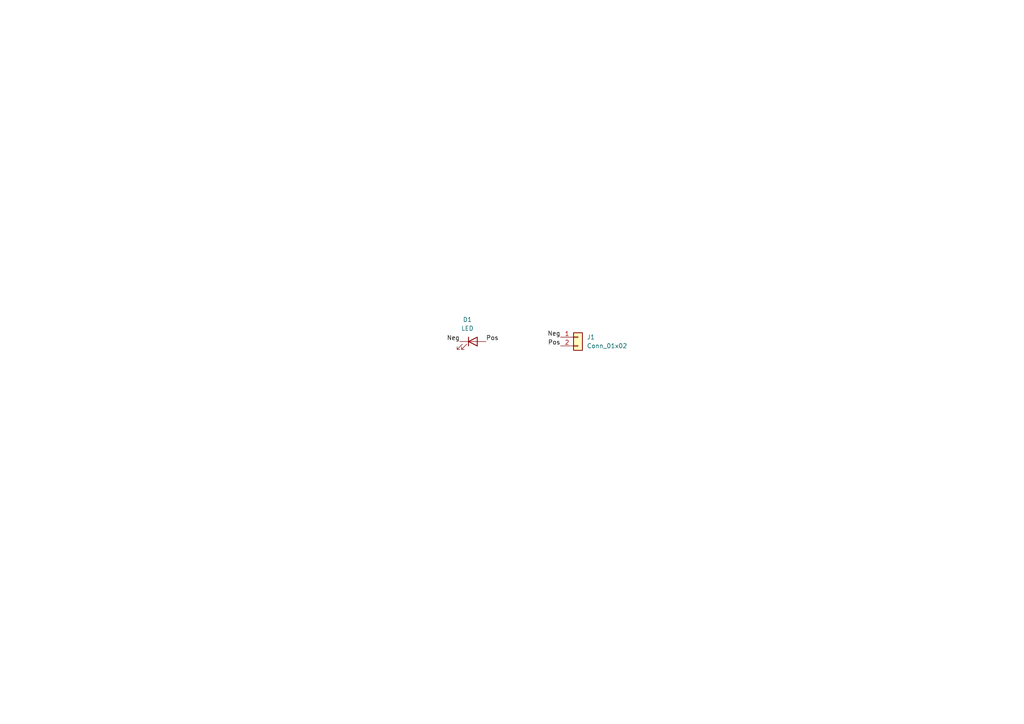
<source format=kicad_sch>
(kicad_sch
	(version 20231120)
	(generator "eeschema")
	(generator_version "8.0")
	(uuid "c67c9c9d-e2ff-48ca-ac0f-72f91dfd4b8e")
	(paper "A4")
	(lib_symbols
		(symbol "Connector_Generic:Conn_01x02"
			(pin_names
				(offset 1.016) hide)
			(exclude_from_sim no)
			(in_bom yes)
			(on_board yes)
			(property "Reference" "J"
				(at 0 2.54 0)
				(effects
					(font
						(size 1.27 1.27)
					)
				)
			)
			(property "Value" "Conn_01x02"
				(at 0 -5.08 0)
				(effects
					(font
						(size 1.27 1.27)
					)
				)
			)
			(property "Footprint" ""
				(at 0 0 0)
				(effects
					(font
						(size 1.27 1.27)
					)
					(hide yes)
				)
			)
			(property "Datasheet" "~"
				(at 0 0 0)
				(effects
					(font
						(size 1.27 1.27)
					)
					(hide yes)
				)
			)
			(property "Description" "Generic connector, single row, 01x02, script generated (kicad-library-utils/schlib/autogen/connector/)"
				(at 0 0 0)
				(effects
					(font
						(size 1.27 1.27)
					)
					(hide yes)
				)
			)
			(property "ki_keywords" "connector"
				(at 0 0 0)
				(effects
					(font
						(size 1.27 1.27)
					)
					(hide yes)
				)
			)
			(property "ki_fp_filters" "Connector*:*_1x??_*"
				(at 0 0 0)
				(effects
					(font
						(size 1.27 1.27)
					)
					(hide yes)
				)
			)
			(symbol "Conn_01x02_1_1"
				(rectangle
					(start -1.27 -2.413)
					(end 0 -2.667)
					(stroke
						(width 0.1524)
						(type default)
					)
					(fill
						(type none)
					)
				)
				(rectangle
					(start -1.27 0.127)
					(end 0 -0.127)
					(stroke
						(width 0.1524)
						(type default)
					)
					(fill
						(type none)
					)
				)
				(rectangle
					(start -1.27 1.27)
					(end 1.27 -3.81)
					(stroke
						(width 0.254)
						(type default)
					)
					(fill
						(type background)
					)
				)
				(pin passive line
					(at -5.08 0 0)
					(length 3.81)
					(name "Pin_1"
						(effects
							(font
								(size 1.27 1.27)
							)
						)
					)
					(number "1"
						(effects
							(font
								(size 1.27 1.27)
							)
						)
					)
				)
				(pin passive line
					(at -5.08 -2.54 0)
					(length 3.81)
					(name "Pin_2"
						(effects
							(font
								(size 1.27 1.27)
							)
						)
					)
					(number "2"
						(effects
							(font
								(size 1.27 1.27)
							)
						)
					)
				)
			)
		)
		(symbol "Device:LED"
			(pin_numbers hide)
			(pin_names
				(offset 1.016) hide)
			(exclude_from_sim no)
			(in_bom yes)
			(on_board yes)
			(property "Reference" "D"
				(at 0 2.54 0)
				(effects
					(font
						(size 1.27 1.27)
					)
				)
			)
			(property "Value" "LED"
				(at 0 -2.54 0)
				(effects
					(font
						(size 1.27 1.27)
					)
				)
			)
			(property "Footprint" ""
				(at 0 0 0)
				(effects
					(font
						(size 1.27 1.27)
					)
					(hide yes)
				)
			)
			(property "Datasheet" "~"
				(at 0 0 0)
				(effects
					(font
						(size 1.27 1.27)
					)
					(hide yes)
				)
			)
			(property "Description" "Light emitting diode"
				(at 0 0 0)
				(effects
					(font
						(size 1.27 1.27)
					)
					(hide yes)
				)
			)
			(property "ki_keywords" "LED diode"
				(at 0 0 0)
				(effects
					(font
						(size 1.27 1.27)
					)
					(hide yes)
				)
			)
			(property "ki_fp_filters" "LED* LED_SMD:* LED_THT:*"
				(at 0 0 0)
				(effects
					(font
						(size 1.27 1.27)
					)
					(hide yes)
				)
			)
			(symbol "LED_0_1"
				(polyline
					(pts
						(xy -1.27 -1.27) (xy -1.27 1.27)
					)
					(stroke
						(width 0.254)
						(type default)
					)
					(fill
						(type none)
					)
				)
				(polyline
					(pts
						(xy -1.27 0) (xy 1.27 0)
					)
					(stroke
						(width 0)
						(type default)
					)
					(fill
						(type none)
					)
				)
				(polyline
					(pts
						(xy 1.27 -1.27) (xy 1.27 1.27) (xy -1.27 0) (xy 1.27 -1.27)
					)
					(stroke
						(width 0.254)
						(type default)
					)
					(fill
						(type none)
					)
				)
				(polyline
					(pts
						(xy -3.048 -0.762) (xy -4.572 -2.286) (xy -3.81 -2.286) (xy -4.572 -2.286) (xy -4.572 -1.524)
					)
					(stroke
						(width 0)
						(type default)
					)
					(fill
						(type none)
					)
				)
				(polyline
					(pts
						(xy -1.778 -0.762) (xy -3.302 -2.286) (xy -2.54 -2.286) (xy -3.302 -2.286) (xy -3.302 -1.524)
					)
					(stroke
						(width 0)
						(type default)
					)
					(fill
						(type none)
					)
				)
			)
			(symbol "LED_1_1"
				(pin passive line
					(at -3.81 0 0)
					(length 2.54)
					(name "K"
						(effects
							(font
								(size 1.27 1.27)
							)
						)
					)
					(number "1"
						(effects
							(font
								(size 1.27 1.27)
							)
						)
					)
				)
				(pin passive line
					(at 3.81 0 180)
					(length 2.54)
					(name "A"
						(effects
							(font
								(size 1.27 1.27)
							)
						)
					)
					(number "2"
						(effects
							(font
								(size 1.27 1.27)
							)
						)
					)
				)
			)
		)
	)
	(label "Neg"
		(at 133.35 99.06 180)
		(fields_autoplaced yes)
		(effects
			(font
				(size 1.27 1.27)
			)
			(justify right bottom)
		)
		(uuid "798d1b46-3670-44bb-9db0-297dd6a9e1e4")
	)
	(label "Neg"
		(at 162.56 97.79 180)
		(fields_autoplaced yes)
		(effects
			(font
				(size 1.27 1.27)
			)
			(justify right bottom)
		)
		(uuid "a6c58583-dd8c-49ff-9a37-a852ce62fd5b")
	)
	(label "Pos"
		(at 162.56 100.33 180)
		(fields_autoplaced yes)
		(effects
			(font
				(size 1.27 1.27)
			)
			(justify right bottom)
		)
		(uuid "a94b44af-5ce7-44f0-98bc-02caffc49691")
	)
	(label "Pos"
		(at 140.97 99.06 0)
		(fields_autoplaced yes)
		(effects
			(font
				(size 1.27 1.27)
			)
			(justify left bottom)
		)
		(uuid "bba50473-9ce1-44ff-9f5b-5a3419c3e039")
	)
	(symbol
		(lib_id "Connector_Generic:Conn_01x02")
		(at 167.64 97.79 0)
		(unit 1)
		(exclude_from_sim no)
		(in_bom yes)
		(on_board yes)
		(dnp no)
		(fields_autoplaced yes)
		(uuid "8641ef92-7e3e-4df8-bf0e-86a18990537a")
		(property "Reference" "J1"
			(at 170.18 97.7899 0)
			(effects
				(font
					(size 1.27 1.27)
				)
				(justify left)
			)
		)
		(property "Value" "Conn_01x02"
			(at 170.18 100.3299 0)
			(effects
				(font
					(size 1.27 1.27)
				)
				(justify left)
			)
		)
		(property "Footprint" "Connector_PinHeader_2.54mm:PinHeader_1x02_P2.54mm_Vertical"
			(at 167.64 97.79 0)
			(effects
				(font
					(size 1.27 1.27)
				)
				(hide yes)
			)
		)
		(property "Datasheet" "~"
			(at 167.64 97.79 0)
			(effects
				(font
					(size 1.27 1.27)
				)
				(hide yes)
			)
		)
		(property "Description" "Generic connector, single row, 01x02, script generated (kicad-library-utils/schlib/autogen/connector/)"
			(at 167.64 97.79 0)
			(effects
				(font
					(size 1.27 1.27)
				)
				(hide yes)
			)
		)
		(pin "1"
			(uuid "02c76217-256d-4275-8374-dad055ea5707")
		)
		(pin "2"
			(uuid "2bc8cd8f-a176-44ac-8081-7d62e2ac9c66")
		)
		(instances
			(project ""
				(path "/c67c9c9d-e2ff-48ca-ac0f-72f91dfd4b8e"
					(reference "J1")
					(unit 1)
				)
			)
		)
	)
	(symbol
		(lib_id "Device:LED")
		(at 137.16 99.06 0)
		(unit 1)
		(exclude_from_sim no)
		(in_bom yes)
		(on_board yes)
		(dnp no)
		(fields_autoplaced yes)
		(uuid "c9e62ffd-ba23-4f4b-96f4-f666441eb308")
		(property "Reference" "D1"
			(at 135.5725 92.71 0)
			(effects
				(font
					(size 1.27 1.27)
				)
			)
		)
		(property "Value" "LED"
			(at 135.5725 95.25 0)
			(effects
				(font
					(size 1.27 1.27)
				)
			)
		)
		(property "Footprint" "LED_THT:LED_D4.0mm"
			(at 137.16 99.06 0)
			(effects
				(font
					(size 1.27 1.27)
				)
				(hide yes)
			)
		)
		(property "Datasheet" "~"
			(at 137.16 99.06 0)
			(effects
				(font
					(size 1.27 1.27)
				)
				(hide yes)
			)
		)
		(property "Description" "Light emitting diode"
			(at 137.16 99.06 0)
			(effects
				(font
					(size 1.27 1.27)
				)
				(hide yes)
			)
		)
		(pin "1"
			(uuid "eae25129-d0d9-4b34-a4fa-940e7932fd5a")
		)
		(pin "2"
			(uuid "b7bad948-b04c-455a-aafa-2cd0de7c41b4")
		)
		(instances
			(project ""
				(path "/c67c9c9d-e2ff-48ca-ac0f-72f91dfd4b8e"
					(reference "D1")
					(unit 1)
				)
			)
		)
	)
	(sheet_instances
		(path "/"
			(page "1")
		)
	)
)

</source>
